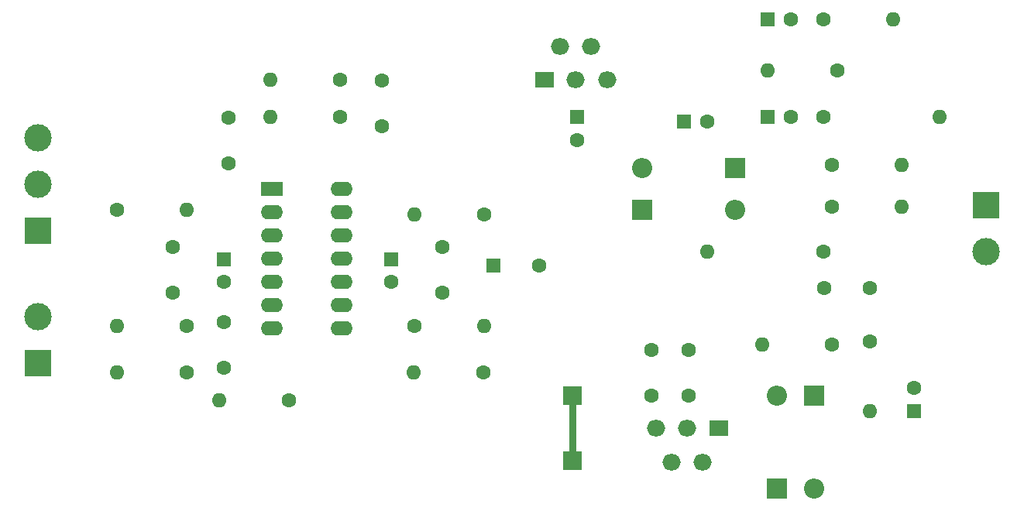
<source format=gtl>
%TF.GenerationSoftware,KiCad,Pcbnew,5.1.6*%
%TF.CreationDate,2020-07-01T22:40:06-03:00*%
%TF.ProjectId,audioamp,61756469-6f61-46d7-902e-6b696361645f,2*%
%TF.SameCoordinates,Original*%
%TF.FileFunction,Copper,L1,Top*%
%TF.FilePolarity,Positive*%
%FSLAX46Y46*%
G04 Gerber Fmt 4.6, Leading zero omitted, Abs format (unit mm)*
G04 Created by KiCad (PCBNEW 5.1.6) date 2020-07-01 22:40:06*
%MOMM*%
%LPD*%
G01*
G04 APERTURE LIST*
%TA.AperFunction,ComponentPad*%
%ADD10R,2.000000X1.800000*%
%TD*%
%TA.AperFunction,ComponentPad*%
%ADD11O,2.000000X1.800000*%
%TD*%
%TA.AperFunction,ComponentPad*%
%ADD12O,1.600000X1.600000*%
%TD*%
%TA.AperFunction,ComponentPad*%
%ADD13C,1.600000*%
%TD*%
%TA.AperFunction,ComponentPad*%
%ADD14R,3.000000X3.000000*%
%TD*%
%TA.AperFunction,ComponentPad*%
%ADD15C,3.000000*%
%TD*%
%TA.AperFunction,ComponentPad*%
%ADD16R,2.000000X2.000000*%
%TD*%
%TA.AperFunction,ComponentPad*%
%ADD17R,1.600000X1.600000*%
%TD*%
%TA.AperFunction,ComponentPad*%
%ADD18R,2.200000X2.200000*%
%TD*%
%TA.AperFunction,ComponentPad*%
%ADD19O,2.200000X2.200000*%
%TD*%
%TA.AperFunction,ComponentPad*%
%ADD20R,2.400000X1.600000*%
%TD*%
%TA.AperFunction,ComponentPad*%
%ADD21O,2.400000X1.600000*%
%TD*%
%TA.AperFunction,Conductor*%
%ADD22C,0.800000*%
%TD*%
G04 APERTURE END LIST*
D10*
%TO.P,U1,1*%
%TO.N,/T1+*%
X107696000Y-63500000D03*
D11*
%TO.P,U1,2*%
%TO.N,/T2+*%
X109396000Y-59800000D03*
%TO.P,U1,3*%
%TO.N,-VDC*%
X111096000Y-63500000D03*
%TO.P,U1,4*%
%TO.N,/OUT+*%
X112796000Y-59800000D03*
%TO.P,U1,5*%
%TO.N,+VDC*%
X114496000Y-63500000D03*
%TD*%
D12*
%TO.P,R1,2*%
%TO.N,GND*%
X93408500Y-95504000D03*
D13*
%TO.P,R1,1*%
%TO.N,/T1+*%
X101028500Y-95504000D03*
%TD*%
D14*
%TO.P,LS1,1*%
%TO.N,/OUT+*%
X155956000Y-77216000D03*
D15*
%TO.P,LS1,2*%
%TO.N,/OUT-*%
X155956000Y-82296000D03*
%TD*%
D12*
%TO.P,R6,2*%
%TO.N,/T2-*%
X143256000Y-99695000D03*
D13*
%TO.P,R6,1*%
%TO.N,/OUT-*%
X143256000Y-92075000D03*
%TD*%
D14*
%TO.P,J1,1*%
%TO.N,+VDC*%
X52324000Y-79946500D03*
D15*
%TO.P,J1,2*%
%TO.N,GND*%
X52324000Y-74866500D03*
%TO.P,J1,3*%
%TO.N,-VDC*%
X52324000Y-69786500D03*
%TD*%
D16*
%TO.P,JPR1,1*%
%TO.N,GND*%
X110744000Y-98044000D03*
%TD*%
%TO.P,JPR1,1*%
%TO.N,GND*%
X110744000Y-105156000D03*
%TD*%
D17*
%TO.P,C3,1*%
%TO.N,-VDC*%
X111252000Y-67564000D03*
D13*
%TO.P,C3,2*%
%TO.N,GND*%
X111252000Y-70064000D03*
%TD*%
D12*
%TO.P,R5,2*%
%TO.N,GND*%
X125476000Y-82296000D03*
D13*
%TO.P,R5,1*%
%TO.N,Net-(C7-Pad2)*%
X138176000Y-82296000D03*
%TD*%
D17*
%TO.P,C6,1*%
%TO.N,+VDC*%
X122936000Y-68072000D03*
D13*
%TO.P,C6,2*%
%TO.N,GND*%
X125436000Y-68072000D03*
%TD*%
D18*
%TO.P,D2,1*%
%TO.N,/OUT+*%
X128524000Y-73152000D03*
D19*
%TO.P,D2,2*%
%TO.N,-VDC*%
X118364000Y-73152000D03*
%TD*%
D13*
%TO.P,C1,2*%
%TO.N,/T1+*%
X107108000Y-83820000D03*
D17*
%TO.P,C1,1*%
%TO.N,/+SIG_F*%
X102108000Y-83820000D03*
%TD*%
D12*
%TO.P,R4,2*%
%TO.N,GND*%
X150876000Y-67564000D03*
D13*
%TO.P,R4,1*%
%TO.N,Net-(C5-Pad2)*%
X138176000Y-67564000D03*
%TD*%
D12*
%TO.P,R13,2*%
%TO.N,Net-(C10-Pad2)*%
X77724000Y-67564000D03*
D13*
%TO.P,R13,1*%
%TO.N,Net-(R13-Pad1)*%
X85344000Y-67564000D03*
%TD*%
%TO.P,R12,1*%
%TO.N,Net-(C11-Pad2)*%
X68580000Y-95504000D03*
D12*
%TO.P,R12,2*%
%TO.N,/+SIG*%
X60960000Y-95504000D03*
%TD*%
D13*
%TO.P,R14,1*%
%TO.N,Net-(R14-Pad1)*%
X79756000Y-98552000D03*
D12*
%TO.P,R14,2*%
%TO.N,Net-(C11-Pad1)*%
X72136000Y-98552000D03*
%TD*%
D13*
%TO.P,C16,2*%
%TO.N,GND*%
X96520000Y-86788000D03*
%TO.P,C16,1*%
%TO.N,-VDC*%
X96520000Y-81788000D03*
%TD*%
%TO.P,C15,2*%
%TO.N,GND*%
X90932000Y-85582888D03*
D17*
%TO.P,C15,1*%
%TO.N,-VDC*%
X90932000Y-83082888D03*
%TD*%
D13*
%TO.P,C14,2*%
%TO.N,GND*%
X72644000Y-85582888D03*
D17*
%TO.P,C14,1*%
%TO.N,+VDC*%
X72644000Y-83082888D03*
%TD*%
D13*
%TO.P,C13,2*%
%TO.N,GND*%
X67056000Y-86788000D03*
%TO.P,C13,1*%
%TO.N,+VDC*%
X67056000Y-81788000D03*
%TD*%
D17*
%TO.P,C2,1*%
%TO.N,/T2+*%
X132080000Y-56896000D03*
D13*
%TO.P,C2,2*%
%TO.N,Net-(C2-Pad2)*%
X134580000Y-56896000D03*
%TD*%
%TO.P,C4,1*%
%TO.N,+VDC*%
X119380000Y-98044000D03*
%TO.P,C4,2*%
%TO.N,GND*%
X119380000Y-93044000D03*
%TD*%
%TO.P,C5,2*%
%TO.N,Net-(C5-Pad2)*%
X134580000Y-67564000D03*
D17*
%TO.P,C5,1*%
%TO.N,/OUT+*%
X132080000Y-67564000D03*
%TD*%
D13*
%TO.P,C7,2*%
%TO.N,Net-(C7-Pad2)*%
X138256000Y-86233000D03*
%TO.P,C7,1*%
%TO.N,/OUT-*%
X143256000Y-86233000D03*
%TD*%
%TO.P,C8,1*%
%TO.N,-VDC*%
X123444000Y-98044000D03*
%TO.P,C8,2*%
%TO.N,GND*%
X123444000Y-93044000D03*
%TD*%
%TO.P,C9,2*%
%TO.N,Net-(C9-Pad2)*%
X148082000Y-97195000D03*
D17*
%TO.P,C9,1*%
%TO.N,/T2-*%
X148082000Y-99695000D03*
%TD*%
D13*
%TO.P,C10,1*%
%TO.N,/Filtro Passa-Baixas/Vo1*%
X73152000Y-72644000D03*
%TO.P,C10,2*%
%TO.N,Net-(C10-Pad2)*%
X73152000Y-67644000D03*
%TD*%
%TO.P,C11,2*%
%TO.N,Net-(C11-Pad2)*%
X72644000Y-89996000D03*
%TO.P,C11,1*%
%TO.N,Net-(C11-Pad1)*%
X72644000Y-94996000D03*
%TD*%
%TO.P,C12,1*%
%TO.N,/+SIG_F*%
X89916000Y-68580000D03*
%TO.P,C12,2*%
%TO.N,Net-(C12-Pad2)*%
X89916000Y-63580000D03*
%TD*%
D19*
%TO.P,D1,2*%
%TO.N,/OUT+*%
X128524000Y-77724000D03*
D18*
%TO.P,D1,1*%
%TO.N,+VDC*%
X118364000Y-77724000D03*
%TD*%
%TO.P,D3,1*%
%TO.N,/OUT-*%
X133096000Y-108162499D03*
D19*
%TO.P,D3,2*%
%TO.N,-VDC*%
X133096000Y-98002499D03*
%TD*%
%TO.P,D4,2*%
%TO.N,/OUT-*%
X137160000Y-108204000D03*
D18*
%TO.P,D4,1*%
%TO.N,+VDC*%
X137160000Y-98044000D03*
%TD*%
D14*
%TO.P,J2,1*%
%TO.N,GND*%
X52324000Y-94488000D03*
D15*
%TO.P,J2,2*%
%TO.N,/+SIG*%
X52324000Y-89408000D03*
%TD*%
D12*
%TO.P,R2,2*%
%TO.N,GND*%
X145796000Y-56896000D03*
D13*
%TO.P,R2,1*%
%TO.N,Net-(C2-Pad2)*%
X138176000Y-56896000D03*
%TD*%
%TO.P,R3,1*%
%TO.N,/OUT+*%
X139700000Y-62484000D03*
D12*
%TO.P,R3,2*%
%TO.N,/T2+*%
X132080000Y-62484000D03*
%TD*%
%TO.P,R7,2*%
%TO.N,/OUT+*%
X146685000Y-77343000D03*
D13*
%TO.P,R7,1*%
%TO.N,Net-(C9-Pad2)*%
X139065000Y-77343000D03*
%TD*%
%TO.P,R8,1*%
%TO.N,Net-(C9-Pad2)*%
X139065000Y-72771000D03*
D12*
%TO.P,R8,2*%
%TO.N,GND*%
X146685000Y-72771000D03*
%TD*%
D13*
%TO.P,R9,1*%
%TO.N,/T1-*%
X139065000Y-92456000D03*
D12*
%TO.P,R9,2*%
%TO.N,GND*%
X131445000Y-92456000D03*
%TD*%
D13*
%TO.P,R10,1*%
%TO.N,/Filtro Passa-Baixas/Vo1*%
X60960000Y-77724000D03*
D12*
%TO.P,R10,2*%
%TO.N,Net-(C10-Pad2)*%
X68580000Y-77724000D03*
%TD*%
%TO.P,R11,2*%
%TO.N,/Filtro Passa-Baixas/Vo1*%
X60960000Y-90424000D03*
D13*
%TO.P,R11,1*%
%TO.N,Net-(C11-Pad2)*%
X68580000Y-90424000D03*
%TD*%
D12*
%TO.P,R15,2*%
%TO.N,Net-(R14-Pad1)*%
X101092000Y-90424000D03*
D13*
%TO.P,R15,1*%
%TO.N,Net-(R13-Pad1)*%
X93472000Y-90424000D03*
%TD*%
D12*
%TO.P,R16,2*%
%TO.N,/Filtro Passa-Baixas/Vo1*%
X77724000Y-63500000D03*
D13*
%TO.P,R16,1*%
%TO.N,Net-(C12-Pad2)*%
X85344000Y-63500000D03*
%TD*%
D12*
%TO.P,R17,2*%
%TO.N,Net-(C12-Pad2)*%
X93472000Y-78232000D03*
D13*
%TO.P,R17,1*%
%TO.N,/+SIG_F*%
X101092000Y-78232000D03*
%TD*%
D11*
%TO.P,U2,5*%
%TO.N,+VDC*%
X119888000Y-101600000D03*
%TO.P,U2,4*%
%TO.N,/OUT-*%
X121588000Y-105300000D03*
%TO.P,U2,3*%
%TO.N,-VDC*%
X123288000Y-101600000D03*
%TO.P,U2,2*%
%TO.N,/T2-*%
X124988000Y-105300000D03*
D10*
%TO.P,U2,1*%
%TO.N,/T1-*%
X126688000Y-101600000D03*
%TD*%
D20*
%TO.P,U3,1*%
%TO.N,/Filtro Passa-Baixas/Vo1*%
X77914500Y-75374500D03*
D21*
%TO.P,U3,8*%
%TO.N,Net-(R13-Pad1)*%
X85534500Y-90614500D03*
%TO.P,U3,2*%
%TO.N,Net-(C10-Pad2)*%
X77914500Y-77914500D03*
%TO.P,U3,9*%
%TO.N,Net-(R14-Pad1)*%
X85534500Y-88074500D03*
%TO.P,U3,3*%
%TO.N,GND*%
X77914500Y-80454500D03*
%TO.P,U3,10*%
X85534500Y-85534500D03*
%TO.P,U3,4*%
%TO.N,+VDC*%
X77914500Y-82994500D03*
%TO.P,U3,11*%
%TO.N,-VDC*%
X85534500Y-82994500D03*
%TO.P,U3,5*%
%TO.N,GND*%
X77914500Y-85534500D03*
%TO.P,U3,12*%
X85534500Y-80454500D03*
%TO.P,U3,6*%
%TO.N,Net-(C11-Pad2)*%
X77914500Y-88074500D03*
%TO.P,U3,13*%
%TO.N,Net-(C12-Pad2)*%
X85534500Y-77914500D03*
%TO.P,U3,7*%
%TO.N,Net-(C11-Pad1)*%
X77914500Y-90614500D03*
%TO.P,U3,14*%
%TO.N,/+SIG_F*%
X85534500Y-75374500D03*
%TD*%
D22*
%TO.N,GND*%
X110744000Y-105156000D02*
X110744000Y-98044000D01*
%TD*%
M02*

</source>
